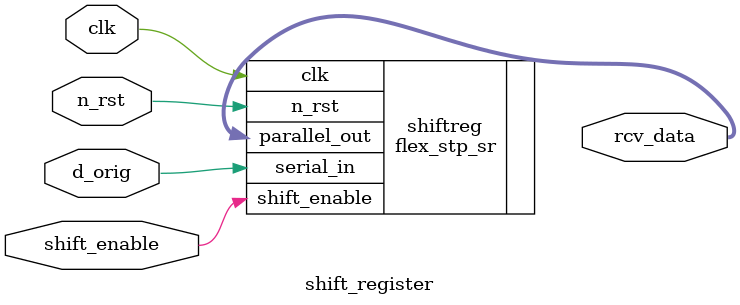
<source format=sv>

module shift_register	
	(
	input wire clk,
	input wire n_rst,
	input wire shift_enable,
	input wire d_orig,
	output reg [7:0] rcv_data
	);

	flex_stp_sr #(.NUM_BITS(8), .SHIFT_MSB(0)) shiftreg (.clk(clk), .n_rst(n_rst), .shift_enable(shift_enable), .serial_in(d_orig), .parallel_out(rcv_data));
endmodule

</source>
